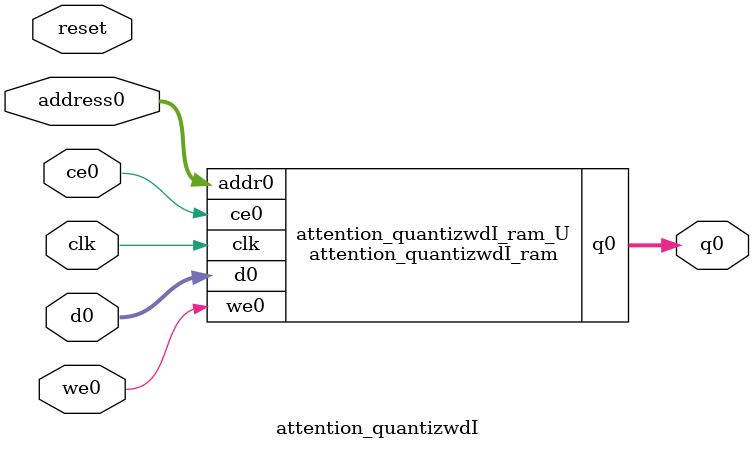
<source format=v>
`timescale 1 ns / 1 ps
module attention_quantizwdI_ram (addr0, ce0, d0, we0, q0,  clk);

parameter DWIDTH = 8;
parameter AWIDTH = 11;
parameter MEM_SIZE = 1536;

input[AWIDTH-1:0] addr0;
input ce0;
input[DWIDTH-1:0] d0;
input we0;
output reg[DWIDTH-1:0] q0;
input clk;

(* ram_style = "block" *)reg [DWIDTH-1:0] ram[0:MEM_SIZE-1];




always @(posedge clk)  
begin 
    if (ce0) begin
        if (we0) 
            ram[addr0] <= d0; 
        q0 <= ram[addr0];
    end
end


endmodule

`timescale 1 ns / 1 ps
module attention_quantizwdI(
    reset,
    clk,
    address0,
    ce0,
    we0,
    d0,
    q0);

parameter DataWidth = 32'd8;
parameter AddressRange = 32'd1536;
parameter AddressWidth = 32'd11;
input reset;
input clk;
input[AddressWidth - 1:0] address0;
input ce0;
input we0;
input[DataWidth - 1:0] d0;
output[DataWidth - 1:0] q0;



attention_quantizwdI_ram attention_quantizwdI_ram_U(
    .clk( clk ),
    .addr0( address0 ),
    .ce0( ce0 ),
    .we0( we0 ),
    .d0( d0 ),
    .q0( q0 ));

endmodule


</source>
